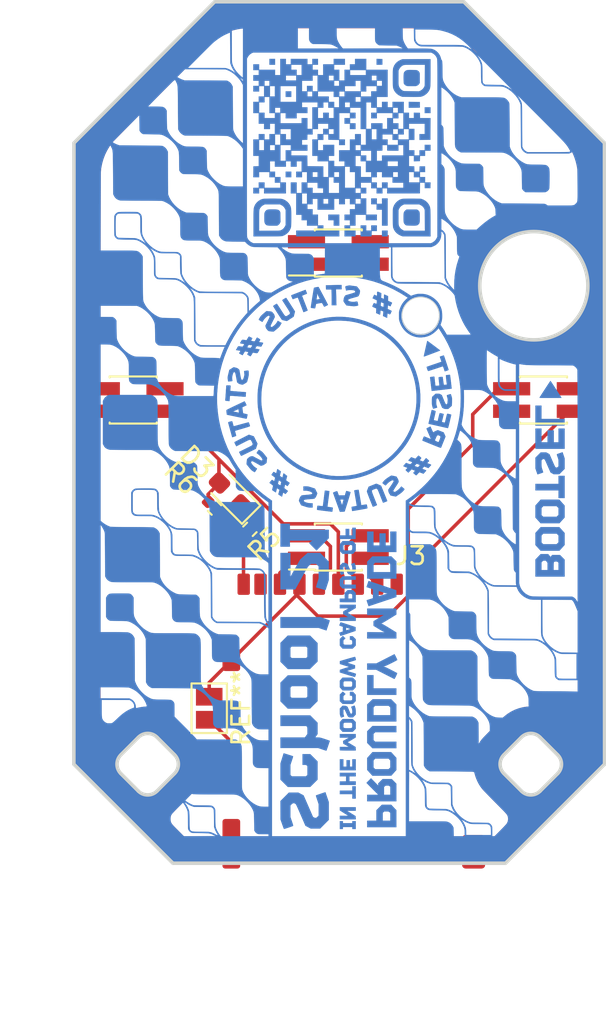
<source format=kicad_pcb>
(kicad_pcb (version 20221018) (generator pcbnew)
  (layers (0 "F.Cu" signal) (31 "B.Cu" signal) (34 "B.Paste" user) (35 "F.Paste" user) (36 "B.SilkS" user "B.Silkscreen") (37 "F.SilkS" user "F.Silkscreen") (38 "B.Mask" user) (39 "F.Mask" user) (44 "Edge.Cuts" user))
  (net 0 "")
  (footprint "Connector_PinSocket_1.27mm:PinSocket_2x02_P1.27mm_Vertical_SMD" (layer "F.Cu") (at 74.713423 63.000959)
    (fp_text reference "J14" hide)
    (fp_text value "Conn_01x04_Socket")
  )
  (footprint "Resistor_SMD:R_0402_1005Metric" (layer "F.Cu") (at 79.313423 69.100959 -45)
    (fp_text reference "R6")
    (fp_text value "10k")
  )
  (footprint "LED_SMD:LED_0603_1608Metric_Pad1.05x0.95mm_HandSolder" (layer "F.Cu") (at 80.213423 68.300959 135)
    (fp_text reference "D3")
    (fp_text value "CD_LED")
  )
  (footprint "Resistor_SMD:R_0402_1005Metric" (layer "F.Cu") (at 81.313423 70.300959 -135)
    (fp_text reference "R5")
    (fp_text value "750")
  )
  (footprint "Connector_PinSocket_1.27mm:PinSocket_2x02_P1.27mm_Vertical_SMD" (layer "F.Cu") (at 86.313423 71.300959 180)
    (fp_text reference "J9" hide)
    (fp_text value "Conn_01x04_Socket")
  )
  (footprint "_conn:SDCARD_KLS_L-KLS1-SD114-R" (layer "F.Cu") (at 87.213423 81.100959)
    (fp_text reference "J3")
    (fp_text value "Micro_SD_Card")
  )
  (footprint "Jumper:SolderJumper-2_P1.3mm_Open_Pad1.0x1.5mm" (layer "F.Cu") (at 79.013423 80.400959 -90)
    (fp_text reference "REF**")
    (fp_text value "SolderJumper-2_P1.3mm_Open_Pad1.0x1.5mm")
  )
  (footprint "Connector_PinSocket_1.27mm:PinSocket_2x02_P1.27mm_Vertical_SMD" (layer "F.Cu") (at 97.913423 63.000959 180)
    (fp_text reference "J15" hide)
    (fp_text value "Conn_01x04_Socket" hide)
  )
  (footprint "Connector_PinSocket_1.27mm:PinSocket_2x02_P1.27mm_Vertical_SMD" (layer "F.Cu") (at 86.313423 54.700959 180)
    (fp_text reference "J10" hide)
    (fp_text value "Conn_01x04_Pin")
  )
  (footprint "V3_graphics:BOTTOM" (layer "B.Cu") (at 79.639226 54.490059 90)
    (fp_text reference "Ref**" hide)
    (fp_text value "Val**" hide)
    (fp_line (start -34.6583 -2.677243) (end -31.6474 -5.694743) (stroke (width 0.2)) (layer "Edge.Cuts"))
    (fp_line (start -34.6583 16.127557) (end -34.6583 -2.677243) (stroke (width 0.2)) (layer "Edge.Cuts"))
    (fp_line (start -31.6668 19.125757) (end -34.6583 16.127557) (stroke (width 0.2)) (layer "Edge.Cuts"))
    (fp_line (start -31.6477 19.144857) (end -31.6668 19.125757) (stroke (width 0.2)) (layer "Edge.Cuts"))
    (fp_line (start -31.6474 -5.694743) (end -30.6627 -6.681643) (stroke (width 0.2)) (layer "Edge.Cuts"))
    (fp_line (start -30.6627 -6.681643) (end -30.6535 -6.690943) (stroke (width 0.2)) (layer "Edge.Cuts"))
    (fp_line (start -30.6627 20.131957) (end -31.6477 19.144857) (stroke (width 0.2)) (layer "Edge.Cuts"))
    (fp_line (start -30.6535 -6.690943) (end -29.0701 -8.277843) (stroke (width 0.2)) (layer "Edge.Cuts"))
    (fp_line (start -30.5902 -4.630743) (end -30.5853 -4.635643) (stroke (width 0.2)) (layer "Edge.Cuts"))
    (fp_line (start -30.5853 -4.635643) (end -29.6012 -5.621943) (stroke (width 0.2)) (layer "Edge.Cuts"))
    (fp_line (start -30.585 17.026357) (end -29.5976 16.038057) (stroke (width 0.2)) (layer "Edge.Cuts"))
    (fp_line (start -29.6012 -5.621943) (end -29.5959 -5.627243) (stroke (width 0.2)) (layer "Edge.Cuts"))
    (fp_line (start -29.6008 19.072957) (end -30.5853 18.086157) (stroke (width 0.2)) (layer "Edge.Cuts"))
    (fp_line (start -29.5976 -2.587443) (end -30.585 -3.575743) (stroke (width 0.2)) (layer "Edge.Cuts"))
    (fp_line (start -29.0701 -8.277843) (end 5.9979 -8.271643) (stroke (width 0.2)) (layer "Edge.Cuts"))
    (fp_line (start -29.0701 21.728157) (end -30.6383 20.156457) (stroke (width 0.2)) (layer "Edge.Cuts"))
    (fp_line (start -28.5399 -5.622443) (end -27.5503 -4.632843) (stroke (width 0.2)) (layer "Edge.Cuts"))
    (fp_line (start -28.5369 16.037557) (end -27.5508 17.022757) (stroke (width 0.2)) (layer "Edge.Cuts"))
    (fp_line (start -27.5508 -3.572243) (end -28.5369 -2.586943) (stroke (width 0.2)) (layer "Edge.Cuts"))
    (fp_line (start -27.5503 18.083457) (end -28.5393 19.073257) (stroke (width 0.2)) (layer "Edge.Cuts"))
    (fp_line (start 5.9979 -8.271643) (end 13.9699 -0.317443) (stroke (width 0.2)) (layer "Edge.Cuts"))
    (fp_line (start 5.9979 21.721957) (end -29.0701 21.728157) (stroke (width 0.2)) (layer "Edge.Cuts"))
    (fp_line (start 13.9699 -0.317443) (end 13.9699 13.767757) (stroke (width 0.2)) (layer "Edge.Cuts"))
    (fp_line (start 13.9699 13.767757) (end 5.9979 21.721957) (stroke (width 0.2)) (layer "Edge.Cuts"))
    (fp_arc (start 1 17.727557) (mid -5.1166 17.727557) (end 1 17.727557) (stroke (width 0.2)) (layer "Edge.Cuts"))
    (fp_circle (center -3.758299 11.327557) (end -2.7 11.35) (stroke (width 0.05)) (fill none) (layer "Edge.Cuts"))
    (fp_curve (pts (xy -30.6383 20.156457) (xy -30.6466 20.148357) (xy -30.6548 20.140357) (xy -30.6627 20.131957)) (stroke (width 0.2)) (layer "Edge.Cuts"))
    (fp_curve (pts (xy -30.5962 18.074957) (xy -30.8772 17.781257) (xy -30.8737 17.314957) (xy -30.585 17.026357)) (stroke (width 0.2)) (layer "Edge.Cuts"))
    (fp_curve (pts (xy -30.5853 18.086157) (xy -30.589 18.082457) (xy -30.5926 18.078757) (xy -30.5962 18.074957)) (stroke (width 0.2)) (layer "Edge.Cuts"))
    (fp_curve (pts (xy -30.585 -3.575743) (xy -30.8758 -3.867243) (xy -30.8779 -4.337443) (xy -30.5902 -4.630743)) (stroke (width 0.2)) (layer "Edge.Cuts"))
    (fp_curve (pts (xy -29.5976 16.038057) (xy -29.3048 15.745057) (xy -28.8299 15.744757) (xy -28.5369 16.037557)) (stroke (width 0.2)) (layer "Edge.Cuts"))
    (fp_curve (pts (xy -29.5959 -5.627243) (xy -29.303 -5.914943) (xy -28.8307 -5.913543) (xy -28.5399 -5.622443)) (stroke (width 0.2)) (layer "Edge.Cuts"))
    (fp_curve (pts (xy -29.5867 19.086757) (xy -29.5914 19.082257) (xy -29.5961 19.077657) (xy -29.6008 19.072957)) (stroke (width 0.2)) (layer "Edge.Cuts"))
    (fp_curve (pts (xy -28.5393 19.073257) (xy -28.8278 19.361857) (xy -29.2928 19.366557) (xy -29.5867 19.086757)) (stroke (width 0.2)) (layer "Edge.Cuts"))
    (fp_curve (pts (xy -28.5369 -2.586943) (xy -28.8296 -2.294743) (xy -29.3054 -2.294743) (xy -29.5976 -2.587443)) (stroke (width 0.2)) (layer "Edge.Cuts"))
    (fp_curve (pts (xy -27.5508 17.022757) (xy -27.258 17.315757) (xy -27.2573 17.790357) (xy -27.5503 18.083457)) (stroke (width 0.2)) (layer "Edge.Cuts"))
    (fp_curve (pts (xy -27.5503 -4.632843) (xy -27.2584 -4.340643) (xy -27.2578 -3.864843) (xy -27.5508 -3.572243)) (stroke (width 0.2)) (layer "Edge.Cuts"))
  )
  (segment (start 83.838423 71.935959) (end 83.013423 72.760959) (width 0.2) (layer "F.Cu") (net 0))
  (segment (start 86.763423 71.260959) (end 86.763423 72.500959) (width 0.2) (layer "F.Cu") (net 0))
  (segment (start 86.313423 70.440959) (end 86.313423 73.400959) (width 0.2) (layer "F.Cu") (net 0))
  (segment (start 83.203423 69.990959) (end 85.863423 69.990959) (width 0.2) (layer "F.Cu") (net 0))
  (segment (start 90.263423 74.063715) (end 89.126179 75.200959) (width 0.2) (layer "F.Cu") (net 0))
  (segment (start 85.863423 69.990959) (end 86.313423 70.440959) (width 0.2) (layer "F.Cu") (net 0))
  (segment (start 88.113423 70.665959) (end 87.358423 70.665959) (width 0.2) (layer "F.Cu") (net 0))
  (segment (start 89.126179 75.200959) (end 85.150667 75.200959) (width 0.2) (layer "F.Cu") (net 0))
  (segment (start 85.863423 72.500959) (end 85.213423 73.150959) (width 0.2) (layer "F.Cu") (net 0))
  (segment (start 91.163423 73.400959) (end 91.163423 71.836577) (width 0.2) (layer "F.Cu") (net 0))
  (segment (start 91.163423 71.836577) (end 99.2 63.8) (width 0.2) (layer "F.Cu") (net 0))
  (segment (start 85.213423 73.150959) (end 85.213423 73.400959) (width 0.2) (layer "F.Cu") (net 0))
  (segment (start 79.563423 67.650959) (end 79.563423 66.350959) (width 0.2) (layer "F.Cu") (net 0))
  (segment (start 79.563423 66.350959) (end 83.203423 69.990959) (width 0.2) (layer "F.Cu") (net 0))
  (segment (start 76.848423 63.635959) (end 79.563423 66.350959) (width 0.2) (layer "F.Cu") (net 0))
  (segment (start 87.358423 70.665959) (end 86.763423 71.260959) (width 0.2) (layer "F.Cu") (net 0))
  (segment (start 81.674047 69.761583) (end 80.832141 68.919677) (width 0.2) (layer "F.Cu") (net 0))
  (segment (start 78.952799 68.740335) (end 78.952799 68.324147) (width 0.2) (layer "F.Cu") (net 0))
  (segment (start 99.2 63.8) (end 99.210595 63.784963) (width 0.2) (layer "F.Cu") (net 0))
  (segment (start 88.113423 71.935959) (end 88.113423 73.000959) (width 0.2) (layer "F.Cu") (net 0))
  (segment (start 84.513423 71.935959) (end 83.838423 71.935959) (width 0.2) (layer "F.Cu") (net 0))
  (segment (start 84.013423 74.063715) (end 84.013423 73.500959) (width 0.2) (layer "F.Cu") (net 0))
  (segment (start 81.674047 69.940335) (end 81.674047 69.761583) (width 0.2) (layer "F.Cu") (net 0))
  (segment (start 83.013423 72.760959) (end 83.013423 73.400959) (width 0.2) (layer "F.Cu") (net 0))
  (segment (start 80.874047 70.661583) (end 79.674047 69.461583) (width 0.2) (layer "F.Cu") (net 0))
  (segment (start 78.952799 68.324147) (end 79.594705 67.682241) (width 0.2) (layer "F.Cu") (net 0))
  (segment (start 96.113423 62.365959) (end 95.358423 62.365959) (width 0.2) (layer "F.Cu") (net 0))
  (segment (start 79.594705 67.682241) (end 79.563423 67.650959) (width 0.2) (layer "F.Cu") (net 0))
  (segment (start 80.952799 70.661583) (end 80.874047 70.661583) (width 0.2) (layer "F.Cu") (net 0))
  (segment (start 80.263423 77.700959) (end 84.113423 73.850959) (width 0.2) (layer "F.Cu") (net 0))
  (segment (start 80.263423 83.900959) (end 80.263423 82.300959) (width 0.2) (layer "F.Cu") (net 0))
  (segment (start 90.263423 69.150959) (end 90.263423 74.063715) (width 0.2) (layer "F.Cu") (net 0))
  (segment (start 79.013423 79.750959) (end 79.013423 78.950959) (width 0.2) (layer "F.Cu") (net 0))
  (segment (start 85.268423 70.665959) (end 85.863423 71.260959) (width 0.2) (layer "F.Cu") (net 0))
  (segment (start 95.358423 62.365959) (end 93.913423 63.810959) (width 0.2) (layer "F.Cu") (net 0))
  (segment (start 93.913423 65.500959) (end 90.263423 69.150959) (width 0.2) (layer "F.Cu") (net 0))
  (segment (start 80.963423 73.400959) (end 80.952799 73.390335) (width 0.2) (layer "F.Cu") (net 0))
  (segment (start 76.513423 63.635959) (end 76.848423 63.635959) (width 0.2) (layer "F.Cu") (net 0))
  (segment (start 80.263423 82.300959) (end 79.013423 81.050959) (width 0.2) (layer "F.Cu") (net 0))
  (segment (start 84.513423 70.665959) (end 85.268423 70.665959) (width 0.2) (layer "F.Cu") (net 0))
  (segment (start 88.113423 73.000959) (end 88.513423 73.400959) (width 0.2) (layer "F.Cu") (net 0))
  (segment (start 86.763423 72.500959) (end 87.413423 73.150959) (width 0.2) (layer "F.Cu") (net 0))
  (segment (start 79.013423 78.950959) (end 80.263423 77.700959) (width 0.2) (layer "F.Cu") (net 0))
  (segment (start 85.863423 71.260959) (end 85.863423 72.500959) (width 0.2) (layer "F.Cu") (net 0))
  (segment (start 84.013423 73.500959) (end 84.113423 73.400959) (width 0.2) (layer "F.Cu") (net 0))
  (segment (start 87.413423 73.150959) (end 87.413423 73.400959) (width 0.2) (layer "F.Cu") (net 0))
  (segment (start 84.113423 73.850959) (end 84.113423 73.400959) (width 0.2) (layer "F.Cu") (net 0))
  (segment (start 85.150667 75.200959) (end 84.013423 74.063715) (width 0.2) (layer "F.Cu") (net 0))
  (segment (start 93.913423 63.810959) (end 93.913423 65.500959) (width 0.2) (layer "F.Cu") (net 0))
  (segment (start 80.952799 73.390335) (end 80.952799 70.661583) (width 0.2) (layer "F.Cu") (net 0))
)
</source>
